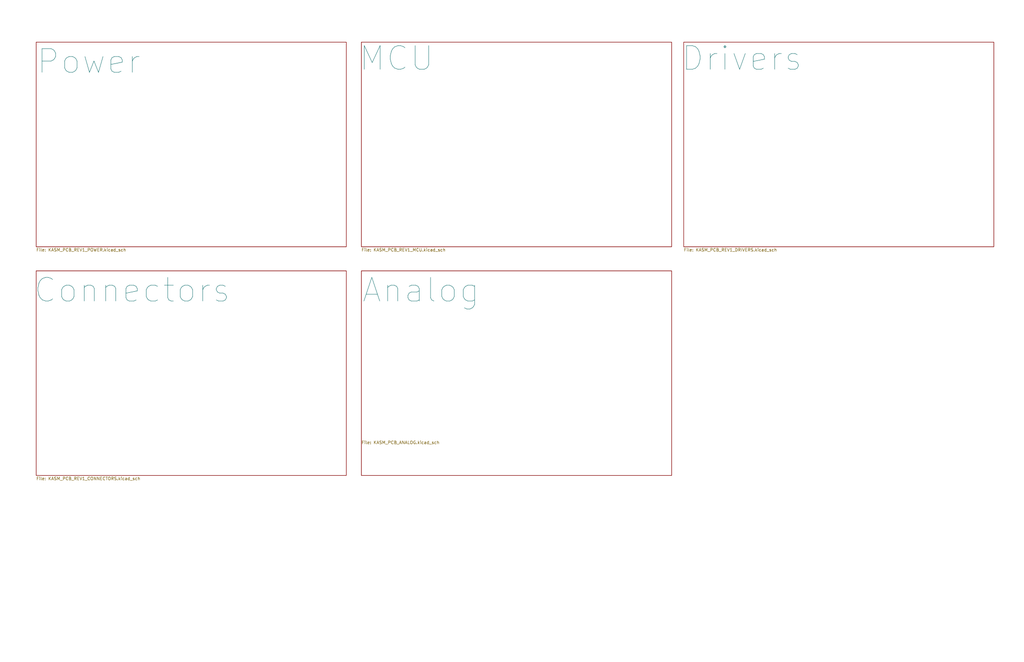
<source format=kicad_sch>
(kicad_sch (version 20230121) (generator eeschema)

  (uuid bcd76057-59fd-41c5-bb52-9bafb2ef74e0)

  (paper "B")

  (title_block
    (rev "1")
    (company "UC Observatories")
  )

  (lib_symbols
  )


  (sheet (at 288.29 17.78) (size 130.81 86.36)
    (stroke (width 0.1524) (type solid))
    (fill (color 0 0 0 0.0000))
    (uuid 04e958db-aa3d-41e7-905b-1283accbf3a5)
    (property "Sheetname" "Drivers" (at 287.02 30.48 0)
      (effects (font (size 10 10)) (justify left bottom))
    )
    (property "Sheetfile" "KASM_PCB_REV1_DRIVERS.kicad_sch" (at 288.29 104.7246 0)
      (effects (font (size 1.27 1.27)) (justify left top))
    )
    (instances
      (project "KASM_PCB_REV1"
        (path "/bcd76057-59fd-41c5-bb52-9bafb2ef74e0" (page "4"))
      )
    )
  )

  (sheet (at 15.24 114.3) (size 130.81 86.36)
    (stroke (width 0.1524) (type solid))
    (fill (color 0 0 0 0.0000))
    (uuid 80242540-a894-41cd-9271-092fc8314d9a)
    (property "Sheetname" "Connectors" (at 13.97 128.27 0)
      (effects (font (size 10 10)) (justify left bottom))
    )
    (property "Sheetfile" "KASM_PCB_REV1_CONNECTORS.kicad_sch" (at 15.24 201.2446 0)
      (effects (font (size 1.27 1.27)) (justify left top))
    )
    (instances
      (project "KASM_PCB_REV1"
        (path "/bcd76057-59fd-41c5-bb52-9bafb2ef74e0" (page "5"))
      )
    )
  )

  (sheet (at 152.4 114.3) (size 130.81 86.36)
    (stroke (width 0.1524) (type solid))
    (fill (color 0 0 0 0.0000))
    (uuid 8b303a3c-3f2a-43c7-97a7-f3bcfa393950)
    (property "Sheetname" "Analog" (at 152.4 128.27 0)
      (effects (font (size 10 10)) (justify left bottom))
    )
    (property "Sheetfile" "KASM_PCB_ANALOG.kicad_sch" (at 152.4 186.0046 0)
      (effects (font (size 1.27 1.27)) (justify left top))
    )
    (instances
      (project "KASM_PCB_REV1"
        (path "/bcd76057-59fd-41c5-bb52-9bafb2ef74e0" (page "6"))
      )
    )
  )

  (sheet (at 15.24 17.78) (size 130.81 86.36)
    (stroke (width 0.1524) (type solid))
    (fill (color 0 0 0 0.0000))
    (uuid 9f28d78d-ca42-4041-9be6-b996c46b4a0a)
    (property "Sheetname" "Power" (at 15.24 31.75 0)
      (effects (font (size 10 10)) (justify left bottom))
    )
    (property "Sheetfile" "KASM_PCB_REV1_POWER.kicad_sch" (at 15.24 104.7246 0)
      (effects (font (size 1.27 1.27)) (justify left top))
    )
    (instances
      (project "KASM_PCB_REV1"
        (path "/bcd76057-59fd-41c5-bb52-9bafb2ef74e0" (page "2"))
      )
    )
  )

  (sheet (at 152.4 17.78) (size 130.81 86.36)
    (stroke (width 0.1524) (type solid))
    (fill (color 0 0 0 0.0000))
    (uuid da6e1dd6-6549-4588-8765-3ff657cbe17b)
    (property "Sheetname" "MCU" (at 151.13 30.48 0)
      (effects (font (size 10 10)) (justify left bottom))
    )
    (property "Sheetfile" "KASM_PCB_REV1_MCU.kicad_sch" (at 152.4 104.7246 0)
      (effects (font (size 1.27 1.27)) (justify left top))
    )
    (instances
      (project "KASM_PCB_REV1"
        (path "/bcd76057-59fd-41c5-bb52-9bafb2ef74e0" (page "3"))
      )
    )
  )

  (sheet_instances
    (path "/" (page "1"))
  )
)

</source>
